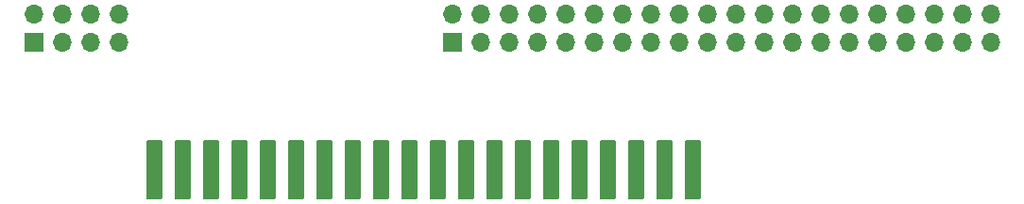
<source format=gbr>
G04 #@! TF.GenerationSoftware,KiCad,Pcbnew,(5.1.9-0-10_14)*
G04 #@! TF.CreationDate,2021-04-09T13:13:05-05:00*
G04 #@! TF.ProjectId,Prototype Card,50726f74-6f74-4797-9065-20436172642e,rev?*
G04 #@! TF.SameCoordinates,Original*
G04 #@! TF.FileFunction,Soldermask,Bot*
G04 #@! TF.FilePolarity,Negative*
%FSLAX46Y46*%
G04 Gerber Fmt 4.6, Leading zero omitted, Abs format (unit mm)*
G04 Created by KiCad (PCBNEW (5.1.9-0-10_14)) date 2021-04-09 13:13:05*
%MOMM*%
%LPD*%
G01*
G04 APERTURE LIST*
%ADD10R,1.700000X1.700000*%
%ADD11O,1.700000X1.700000*%
G04 APERTURE END LIST*
G36*
G01*
X115925000Y-132591600D02*
X114655000Y-132591600D01*
G75*
G02*
X114553400Y-132490000I0J101600D01*
G01*
X114553400Y-127410000D01*
G75*
G02*
X114655000Y-127308400I101600J0D01*
G01*
X115925000Y-127308400D01*
G75*
G02*
X116026600Y-127410000I0J-101600D01*
G01*
X116026600Y-132490000D01*
G75*
G02*
X115925000Y-132591600I-101600J0D01*
G01*
G37*
G36*
G01*
X118465000Y-132591600D02*
X117195000Y-132591600D01*
G75*
G02*
X117093400Y-132490000I0J101600D01*
G01*
X117093400Y-127410000D01*
G75*
G02*
X117195000Y-127308400I101600J0D01*
G01*
X118465000Y-127308400D01*
G75*
G02*
X118566600Y-127410000I0J-101600D01*
G01*
X118566600Y-132490000D01*
G75*
G02*
X118465000Y-132591600I-101600J0D01*
G01*
G37*
G36*
G01*
X121005000Y-132591600D02*
X119735000Y-132591600D01*
G75*
G02*
X119633400Y-132490000I0J101600D01*
G01*
X119633400Y-127410000D01*
G75*
G02*
X119735000Y-127308400I101600J0D01*
G01*
X121005000Y-127308400D01*
G75*
G02*
X121106600Y-127410000I0J-101600D01*
G01*
X121106600Y-132490000D01*
G75*
G02*
X121005000Y-132591600I-101600J0D01*
G01*
G37*
G36*
G01*
X123545000Y-132591600D02*
X122275000Y-132591600D01*
G75*
G02*
X122173400Y-132490000I0J101600D01*
G01*
X122173400Y-127410000D01*
G75*
G02*
X122275000Y-127308400I101600J0D01*
G01*
X123545000Y-127308400D01*
G75*
G02*
X123646600Y-127410000I0J-101600D01*
G01*
X123646600Y-132490000D01*
G75*
G02*
X123545000Y-132591600I-101600J0D01*
G01*
G37*
G36*
G01*
X126085000Y-132591600D02*
X124815000Y-132591600D01*
G75*
G02*
X124713400Y-132490000I0J101600D01*
G01*
X124713400Y-127410000D01*
G75*
G02*
X124815000Y-127308400I101600J0D01*
G01*
X126085000Y-127308400D01*
G75*
G02*
X126186600Y-127410000I0J-101600D01*
G01*
X126186600Y-132490000D01*
G75*
G02*
X126085000Y-132591600I-101600J0D01*
G01*
G37*
G36*
G01*
X128625000Y-132591600D02*
X127355000Y-132591600D01*
G75*
G02*
X127253400Y-132490000I0J101600D01*
G01*
X127253400Y-127410000D01*
G75*
G02*
X127355000Y-127308400I101600J0D01*
G01*
X128625000Y-127308400D01*
G75*
G02*
X128726600Y-127410000I0J-101600D01*
G01*
X128726600Y-132490000D01*
G75*
G02*
X128625000Y-132591600I-101600J0D01*
G01*
G37*
G36*
G01*
X131165000Y-132591600D02*
X129895000Y-132591600D01*
G75*
G02*
X129793400Y-132490000I0J101600D01*
G01*
X129793400Y-127410000D01*
G75*
G02*
X129895000Y-127308400I101600J0D01*
G01*
X131165000Y-127308400D01*
G75*
G02*
X131266600Y-127410000I0J-101600D01*
G01*
X131266600Y-132490000D01*
G75*
G02*
X131165000Y-132591600I-101600J0D01*
G01*
G37*
G36*
G01*
X133705000Y-132591600D02*
X132435000Y-132591600D01*
G75*
G02*
X132333400Y-132490000I0J101600D01*
G01*
X132333400Y-127410000D01*
G75*
G02*
X132435000Y-127308400I101600J0D01*
G01*
X133705000Y-127308400D01*
G75*
G02*
X133806600Y-127410000I0J-101600D01*
G01*
X133806600Y-132490000D01*
G75*
G02*
X133705000Y-132591600I-101600J0D01*
G01*
G37*
G36*
G01*
X136245000Y-132591600D02*
X134975000Y-132591600D01*
G75*
G02*
X134873400Y-132490000I0J101600D01*
G01*
X134873400Y-127410000D01*
G75*
G02*
X134975000Y-127308400I101600J0D01*
G01*
X136245000Y-127308400D01*
G75*
G02*
X136346600Y-127410000I0J-101600D01*
G01*
X136346600Y-132490000D01*
G75*
G02*
X136245000Y-132591600I-101600J0D01*
G01*
G37*
G36*
G01*
X138785000Y-132591600D02*
X137515000Y-132591600D01*
G75*
G02*
X137413400Y-132490000I0J101600D01*
G01*
X137413400Y-127410000D01*
G75*
G02*
X137515000Y-127308400I101600J0D01*
G01*
X138785000Y-127308400D01*
G75*
G02*
X138886600Y-127410000I0J-101600D01*
G01*
X138886600Y-132490000D01*
G75*
G02*
X138785000Y-132591600I-101600J0D01*
G01*
G37*
G36*
G01*
X141325000Y-132591600D02*
X140055000Y-132591600D01*
G75*
G02*
X139953400Y-132490000I0J101600D01*
G01*
X139953400Y-127410000D01*
G75*
G02*
X140055000Y-127308400I101600J0D01*
G01*
X141325000Y-127308400D01*
G75*
G02*
X141426600Y-127410000I0J-101600D01*
G01*
X141426600Y-132490000D01*
G75*
G02*
X141325000Y-132591600I-101600J0D01*
G01*
G37*
G36*
G01*
X143865000Y-132591600D02*
X142595000Y-132591600D01*
G75*
G02*
X142493400Y-132490000I0J101600D01*
G01*
X142493400Y-127410000D01*
G75*
G02*
X142595000Y-127308400I101600J0D01*
G01*
X143865000Y-127308400D01*
G75*
G02*
X143966600Y-127410000I0J-101600D01*
G01*
X143966600Y-132490000D01*
G75*
G02*
X143865000Y-132591600I-101600J0D01*
G01*
G37*
G36*
G01*
X146405000Y-132591600D02*
X145135000Y-132591600D01*
G75*
G02*
X145033400Y-132490000I0J101600D01*
G01*
X145033400Y-127410000D01*
G75*
G02*
X145135000Y-127308400I101600J0D01*
G01*
X146405000Y-127308400D01*
G75*
G02*
X146506600Y-127410000I0J-101600D01*
G01*
X146506600Y-132490000D01*
G75*
G02*
X146405000Y-132591600I-101600J0D01*
G01*
G37*
G36*
G01*
X148945000Y-132591600D02*
X147675000Y-132591600D01*
G75*
G02*
X147573400Y-132490000I0J101600D01*
G01*
X147573400Y-127410000D01*
G75*
G02*
X147675000Y-127308400I101600J0D01*
G01*
X148945000Y-127308400D01*
G75*
G02*
X149046600Y-127410000I0J-101600D01*
G01*
X149046600Y-132490000D01*
G75*
G02*
X148945000Y-132591600I-101600J0D01*
G01*
G37*
G36*
G01*
X151485000Y-132591600D02*
X150215000Y-132591600D01*
G75*
G02*
X150113400Y-132490000I0J101600D01*
G01*
X150113400Y-127410000D01*
G75*
G02*
X150215000Y-127308400I101600J0D01*
G01*
X151485000Y-127308400D01*
G75*
G02*
X151586600Y-127410000I0J-101600D01*
G01*
X151586600Y-132490000D01*
G75*
G02*
X151485000Y-132591600I-101600J0D01*
G01*
G37*
G36*
G01*
X154025000Y-132591600D02*
X152755000Y-132591600D01*
G75*
G02*
X152653400Y-132490000I0J101600D01*
G01*
X152653400Y-127410000D01*
G75*
G02*
X152755000Y-127308400I101600J0D01*
G01*
X154025000Y-127308400D01*
G75*
G02*
X154126600Y-127410000I0J-101600D01*
G01*
X154126600Y-132490000D01*
G75*
G02*
X154025000Y-132591600I-101600J0D01*
G01*
G37*
G36*
G01*
X156565000Y-132591600D02*
X155295000Y-132591600D01*
G75*
G02*
X155193400Y-132490000I0J101600D01*
G01*
X155193400Y-127410000D01*
G75*
G02*
X155295000Y-127308400I101600J0D01*
G01*
X156565000Y-127308400D01*
G75*
G02*
X156666600Y-127410000I0J-101600D01*
G01*
X156666600Y-132490000D01*
G75*
G02*
X156565000Y-132591600I-101600J0D01*
G01*
G37*
G36*
G01*
X159105000Y-132591600D02*
X157835000Y-132591600D01*
G75*
G02*
X157733400Y-132490000I0J101600D01*
G01*
X157733400Y-127410000D01*
G75*
G02*
X157835000Y-127308400I101600J0D01*
G01*
X159105000Y-127308400D01*
G75*
G02*
X159206600Y-127410000I0J-101600D01*
G01*
X159206600Y-132490000D01*
G75*
G02*
X159105000Y-132591600I-101600J0D01*
G01*
G37*
G36*
G01*
X161645000Y-132591600D02*
X160375000Y-132591600D01*
G75*
G02*
X160273400Y-132490000I0J101600D01*
G01*
X160273400Y-127410000D01*
G75*
G02*
X160375000Y-127308400I101600J0D01*
G01*
X161645000Y-127308400D01*
G75*
G02*
X161746600Y-127410000I0J-101600D01*
G01*
X161746600Y-132490000D01*
G75*
G02*
X161645000Y-132591600I-101600J0D01*
G01*
G37*
G36*
G01*
X164185000Y-132591600D02*
X162915000Y-132591600D01*
G75*
G02*
X162813400Y-132490000I0J101600D01*
G01*
X162813400Y-127410000D01*
G75*
G02*
X162915000Y-127308400I101600J0D01*
G01*
X164185000Y-127308400D01*
G75*
G02*
X164286600Y-127410000I0J-101600D01*
G01*
X164286600Y-132490000D01*
G75*
G02*
X164185000Y-132591600I-101600J0D01*
G01*
G37*
D10*
X142000000Y-118500000D03*
D11*
X142000000Y-115960000D03*
X144540000Y-118500000D03*
X144540000Y-115960000D03*
X147080000Y-118500000D03*
X147080000Y-115960000D03*
X149620000Y-118500000D03*
X149620000Y-115960000D03*
X152160000Y-118500000D03*
X152160000Y-115960000D03*
X154700000Y-118500000D03*
X154700000Y-115960000D03*
X157240000Y-118500000D03*
X157240000Y-115960000D03*
X159780000Y-118500000D03*
X159780000Y-115960000D03*
X162320000Y-118500000D03*
X162320000Y-115960000D03*
X164860000Y-118500000D03*
X164860000Y-115960000D03*
X167400000Y-118500000D03*
X167400000Y-115960000D03*
X169940000Y-118500000D03*
X169940000Y-115960000D03*
X172480000Y-118500000D03*
X172480000Y-115960000D03*
X175020000Y-118500000D03*
X175020000Y-115960000D03*
X177560000Y-118500000D03*
X177560000Y-115960000D03*
X180100000Y-118500000D03*
X180100000Y-115960000D03*
X182640000Y-118500000D03*
X182640000Y-115960000D03*
X185180000Y-118500000D03*
X185180000Y-115960000D03*
X187720000Y-118500000D03*
X187720000Y-115960000D03*
X190260000Y-118500000D03*
X190260000Y-115960000D03*
D10*
X104500000Y-118500000D03*
D11*
X104500000Y-115960000D03*
X107040000Y-118500000D03*
X107040000Y-115960000D03*
X109580000Y-118500000D03*
X109580000Y-115960000D03*
X112120000Y-118500000D03*
X112120000Y-115960000D03*
M02*

</source>
